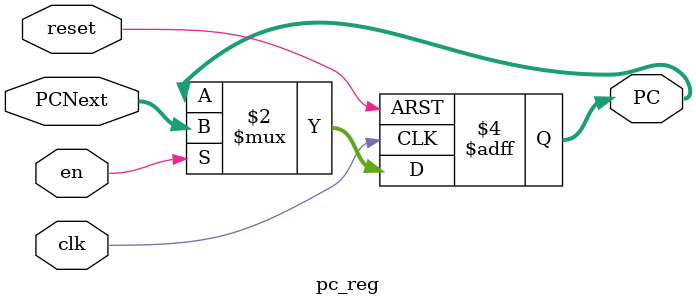
<source format=v>
module pc_reg (
    input         clk, reset,
    input         en,        // Enable (for stalling, e.g., ~StallF)
    input  [31:0] PCNext,
    output reg [31:0] PC
);
    always @(posedge clk or posedge reset) begin
        if (reset)
            PC <= 32'h0;
        else if (en)
            PC <= PCNext;
    end
endmodule
</source>
